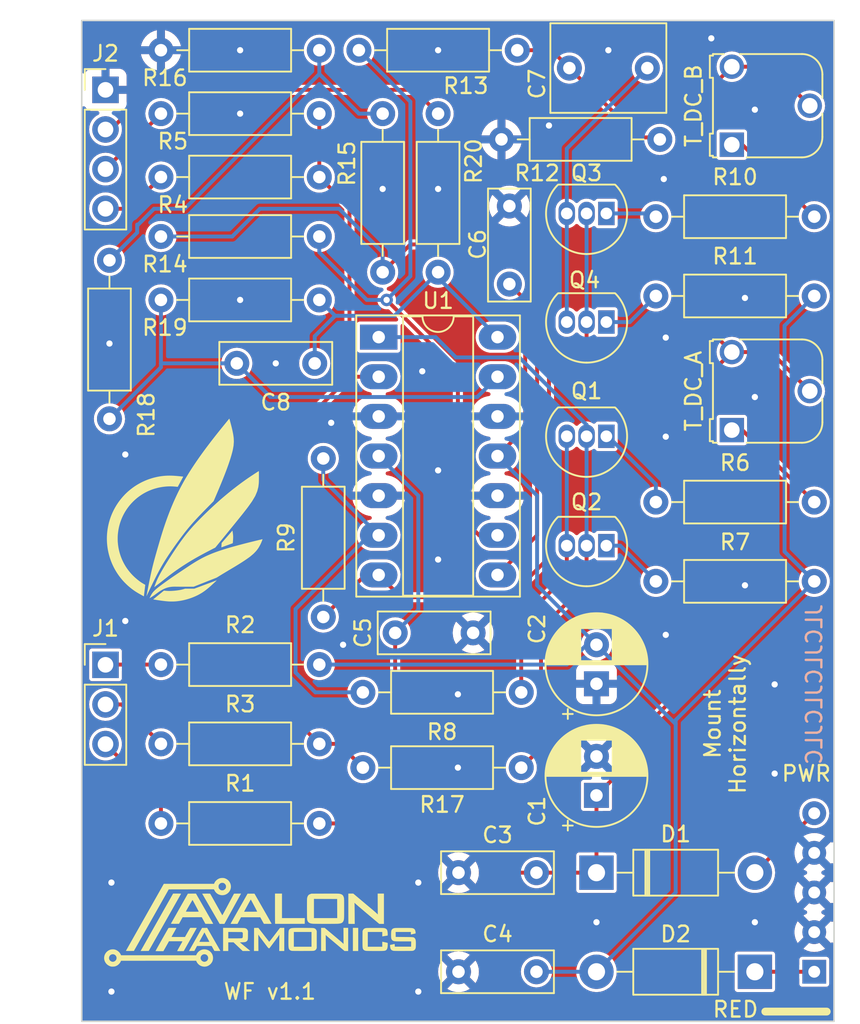
<source format=kicad_pcb>
(kicad_pcb (version 20240108) (generator "pcbnew") (generator_version "8.0")
  (title_block (rev "v1.1"))
  (layers (0 "F.Cu" signal) (31 "B.Cu" signal) (34 "B.Paste" user) (35 "F.Paste" user) (36 "B.SilkS" user "B.Silkscreen") (37 "F.SilkS" user "F.Silkscreen") (38 "B.Mask" user) (39 "F.Mask" user) (44 "Edge.Cuts" user))
  (net 0 "")
  (net 1 "Net-(C8-Pad1)")
  (net 2 "GND")
  (net 3 "Net-(R14-Pad2)")
  (net 4 "Net-(R13-Pad2)")
  (net 5 "Net-(C7-Pad1)")
  (net 6 "Net-(Q4-Pad1)")
  (net 7 "-12V")
  (net 8 "+12V")
  (net 9 "Net-(Q3-Pad1)")
  (net 10 "Net-(Q3-Pad2)")
  (net 11 "Net-(R8-Pad2)")
  (net 12 "Net-(Q1-Pad3)")
  (net 13 "Net-(Q2-Pad1)")
  (net 14 "Net-(Q1-Pad1)")
  (net 15 "/OUT")
  (net 16 "Net-(J2-Pad3)")
  (net 17 "Net-(J2-Pad4)")
  (net 18 "Net-(J1-Pad2)")
  (net 19 "Net-(J1-Pad1)")
  (net 20 "Net-(J1-Pad3)")
  (net 21 "Net-(Q1-Pad2)")
  (net 22 "Net-(C7-Pad2)")
  (net 23 "Net-(C8-Pad2)")
  (net 24 "Net-(D1-Pad2)")
  (net 25 "Net-(D2-Pad1)")
  (net 26 "Net-(R10-Pad1)")
  (net 27 "Net-(R6-Pad1)")
  (net 28 "Net-(R17-Pad2)")
  (net 29 "Net-(R15-Pad1)")
  (footprint "Logos:Avalon Harmonics 20mm" (layer "F.Cu") (at 60.96 104.14)
    (property "Reference" "G***" (hide yes))
    (property "Value" "LOGO" (hide yes))
  )
  (footprint "Resistor_THT:R_Axial_DIN0207_L6.3mm_D2.5mm_P10.16mm_Horizontal" (layer "F.Cu") (at 54.61 87.63)
    (property "Reference" "R2" (at 5.08 -2.54 0) (layer "F.SilkS"))
    (property "Value" "200k")
    (pad "1" thru_hole circle (at 0 0) (size 1.6 1.6) (drill 0.8) (layers "*.Cu" "*.Mask") (net 19 "Net-(J1-Pad1)"))
    (pad "2" thru_hole oval (at 10.16 0) (size 1.6 1.6) (drill 0.8) (layers "*.Cu" "*.Mask") (net 7 "-12V"))
  )
  (footprint "Resistor_THT:R_Axial_DIN0207_L6.3mm_D2.5mm_P10.16mm_Horizontal" (layer "F.Cu") (at 86.614 53.975 180)
    (property "Reference" "R12" (at 7.874 -2.159 0) (layer "F.SilkS"))
    (property "Value" "100k")
    (pad "1" thru_hole circle (at 0 0 180) (size 1.6 1.6) (drill 0.8) (layers "*.Cu" "*.Mask") (net 5 "Net-(C7-Pad1)"))
    (pad "2" thru_hole oval (at 10.16 0 180) (size 1.6 1.6) (drill 0.8) (layers "*.Cu" "*.Mask") (net 2 "GND"))
  )
  (footprint "Resistor_THT:R_Axial_DIN0207_L6.3mm_D2.5mm_P10.16mm_Horizontal" (layer "F.Cu") (at 64.77 97.81 180)
    (property "Reference" "R1" (at 5.08 2.56 0) (layer "F.SilkS"))
    (property "Value" "200k")
    (pad "1" thru_hole circle (at 0 0 180) (size 1.6 1.6) (drill 0.8) (layers "*.Cu" "*.Mask") (net 8 "+12V"))
    (pad "2" thru_hole oval (at 10.16 0 180) (size 1.6 1.6) (drill 0.8) (layers "*.Cu" "*.Mask") (net 20 "Net-(J1-Pad3)"))
  )
  (footprint "Resistor_THT:R_Axial_DIN0207_L6.3mm_D2.5mm_P10.16mm_Horizontal" (layer "F.Cu") (at 65.024 84.582 90)
    (property "Reference" "R9" (at 5.08 -2.37 90) (layer "F.SilkS"))
    (property "Value" "47k")
    (pad "1" thru_hole circle (at 0 0 90) (size 1.6 1.6) (drill 0.8) (layers "*.Cu" "*.Mask") (net 10 "Net-(Q3-Pad2)"))
    (pad "2" thru_hole oval (at 10.16 0 90) (size 1.6 1.6) (drill 0.8) (layers "*.Cu" "*.Mask") (net 11 "Net-(R8-Pad2)"))
  )
  (footprint "Package_TO_SOT_THT:TO-92_Inline" (layer "F.Cu") (at 83.185 65.68 180)
    (property "Reference" "Q4" (at 1.397 2.688 0) (layer "F.SilkS"))
    (property "Value" "2N3904")
    (pad "1" thru_hole rect (at 0 0 180) (size 1.05 1.5) (drill 0.75) (layers "*.Cu" "*.Mask") (net 6 "Net-(Q4-Pad1)"))
    (pad "2" thru_hole oval (at 1.27 0 180) (size 1.05 1.5) (drill 0.75) (layers "*.Cu" "*.Mask") (net 10 "Net-(Q3-Pad2)"))
    (pad "3" thru_hole oval (at 2.54 0 180) (size 1.05 1.5) (drill 0.75) (layers "*.Cu" "*.Mask") (net 22 "Net-(C7-Pad2)"))
  )
  (footprint "Capacitor_THT:C_Disc_D7.0mm_W2.5mm_P5.00mm" (layer "F.Cu") (at 69.636 85.598)
    (property "Reference" "C5" (at -2.072 0 90) (layer "F.SilkS"))
    (property "Value" "0.1uF")
    (pad "1" thru_hole circle (at 0 0) (size 1.6 1.6) (drill 0.8) (layers "*.Cu" "*.Mask") (net 8 "+12V"))
    (pad "2" thru_hole circle (at 5 0) (size 1.6 1.6) (drill 0.8) (layers "*.Cu" "*.Mask") (net 2 "GND"))
  )
  (footprint "Capacitor_THT:C_Disc_D7.0mm_W2.5mm_P5.00mm" (layer "F.Cu") (at 76.962 58.246 -90)
    (property "Reference" "C6" (at 2.46 2.032 -90) (layer "F.SilkS"))
    (property "Value" "0.1uF")
    (pad "1" thru_hole circle (at 0 0 270) (size 1.6 1.6) (drill 0.8) (layers "*.Cu" "*.Mask") (net 2 "GND"))
    (pad "2" thru_hole circle (at 5 0 270) (size 1.6 1.6) (drill 0.8) (layers "*.Cu" "*.Mask") (net 7 "-12V"))
  )
  (footprint "Connector_PinHeader_2.54mm:PinHeader_1x04_P2.54mm_Vertical" (layer "F.Cu") (at 51.054 50.8)
    (property "Reference" "J2" (at 0 -2.33 0) (layer "F.SilkS"))
    (property "Value" "Conn_01x04_Male")
    (pad "1" thru_hole rect (at 0 0) (size 1.7 1.7) (drill 1) (layers "*.Cu" "*.Mask") (net 2 "GND"))
    (pad "2" thru_hole oval (at 0 2.54) (size 1.7 1.7) (drill 1) (layers "*.Cu" "*.Mask") (net 15 "/OUT"))
    (pad "3" thru_hole oval (at 0 5.08) (size 1.7 1.7) (drill 1) (layers "*.Cu" "*.Mask") (net 16 "Net-(J2-Pad3)"))
    (pad "4" thru_hole oval (at 0 7.62) (size 1.7 1.7) (drill 1) (layers "*.Cu" "*.Mask") (net 17 "Net-(J2-Pad4)"))
  )
  (footprint "Resistor_THT:R_Axial_DIN0207_L6.3mm_D2.5mm_P10.16mm_Horizontal" (layer "F.Cu") (at 77.724 94.234 180)
    (property "Reference" "R17" (at 5.08 -2.37 0) (layer "F.SilkS"))
    (property "Value" "100k")
    (pad "1" thru_hole circle (at 0 0 180) (size 1.6 1.6) (drill 0.8) (layers "*.Cu" "*.Mask") (net 21 "Net-(Q1-Pad2)"))
    (pad "2" thru_hole oval (at 10.16 0 180) (size 1.6 1.6) (drill 0.8) (layers "*.Cu" "*.Mask") (net 28 "Net-(R17-Pad2)"))
  )
  (footprint "Diode_THT:D_DO-41_SOD81_P10.16mm_Horizontal" (layer "F.Cu") (at 82.55 100.965)
    (property "Reference" "D1" (at 5.08 -2.47 0) (layer "F.SilkS"))
    (property "Value" "1N4001")
    (pad "1" thru_hole rect (at 0 0) (size 2.2 2.2) (drill 1.1) (layers "*.Cu" "*.Mask") (net 8 "+12V"))
    (pad "2" thru_hole oval (at 10.16 0) (size 2.2 2.2) (drill 1.1) (layers "*.Cu" "*.Mask") (net 24 "Net-(D1-Pad2)"))
  )
  (footprint "Capacitor_THT:CP_Radial_D6.3mm_P2.50mm" (layer "F.Cu") (at 82.55 96.012 90)
    (property "Reference" "C1" (at -1.016 -3.81 90) (layer "F.SilkS"))
    (property "Value" "47uF")
    (pad "1" thru_hole rect (at 0 0 90) (size 1.6 1.6) (drill 0.8) (layers "*.Cu" "*.Mask") (net 8 "+12V"))
    (pad "2" thru_hole circle (at 2.5 0 90) (size 1.6 1.6) (drill 0.8) (layers "*.Cu" "*.Mask") (net 2 "GND"))
  )
  (footprint "Eurorack:Eurorack Power 5 Pin Angled" (layer "F.Cu") (at 96.52 102.235)
    (property "Reference" "PWR1" (hide yes))
    (property "Value" "PWR_5_Pin_Angled" (hide yes))
    (fp_text user "PWR" (at -0.508 -7.62 0) (layer "F.SilkS"))
    (fp_text user "RED" (at -6.604 7.493 0) (layer "F.SilkS") (effects (justify left)))
    (pad "1" thru_hole circle (at 0 -5.08) (size 1.524 1.524) (drill 0.762) (layers "*.Cu" "*.Mask") (net 24 "Net-(D1-Pad2)"))
    (pad "2" thru_hole circle (at 0 -2.54) (size 1.524 1.524) (drill 0.762) (layers "*.Cu" "*.Mask") (net 2 "GND"))
    (pad "2" thru_hole circle (at 0 0) (size 1.524 1.524) (drill 0.762) (layers "*.Cu" "*.Mask") (net 2 "GND"))
    (pad "2" thru_hole circle (at 0 2.54) (size 1.524 1.524) (drill 0.762) (layers "*.Cu" "*.Mask") (net 2 "GND"))
    (pad "3" thru_hole rect (at 0 5.08) (size 1.524 1.524) (drill 0.762) (layers "*.Cu" "*.Mask") (net 25 "Net-(D2-Pad1)"))
  )
  (footprint "Resistor_THT:R_Axial_DIN0207_L6.3mm_D2.5mm_P10.16mm_Horizontal" (layer "F.Cu") (at 96.52 77.216 180)
    (property "Reference" "R6" (at 5.08 2.515 0) (layer "F.SilkS"))
    (property "Value" "15k")
    (pad "1" thru_hole circle (at 0 0 180) (size 1.6 1.6) (drill 0.8) (layers "*.Cu" "*.Mask") (net 27 "Net-(R6-Pad1)"))
    (pad "2" thru_hole oval (at 10.16 0 180) (size 1.6 1.6) (drill 0.8) (layers "*.Cu" "*.Mask") (net 14 "Net-(Q1-Pad1)"))
  )
  (footprint "Resistor_THT:R_Axial_DIN0207_L6.3mm_D2.5mm_P10.16mm_Horizontal" (layer "F.Cu") (at 86.36 82.296)
    (property "Reference" "R7" (at 5.08 -2.515 0) (layer "F.SilkS"))
    (property "Value" "22k")
    (pad "1" thru_hole circle (at 0 0) (size 1.6 1.6) (drill 0.8) (layers "*.Cu" "*.Mask") (net 13 "Net-(Q2-Pad1)"))
    (pad "2" thru_hole oval (at 10.16 0) (size 1.6 1.6) (drill 0.8) (layers "*.Cu" "*.Mask") (net 7 "-12V"))
  )
  (footprint "Package_TO_SOT_THT:TO-92_Inline" (layer "F.Cu") (at 83.185 73 180)
    (property "Reference" "Q1" (at 1.27 2.896 0) (layer "F.SilkS"))
    (property "Value" "2N3906")
    (pad "1" thru_hole rect (at 0 0 180) (size 1.05 1.5) (drill 0.75) (layers "*.Cu" "*.Mask") (net 14 "Net-(Q1-Pad1)"))
    (pad "2" thru_hole oval (at 1.27 0 180) (size 1.05 1.5) (drill 0.75) (layers "*.Cu" "*.Mask") (net 21 "Net-(Q1-Pad2)"))
    (pad "3" thru_hole oval (at 2.54 0 180) (size 1.05 1.5) (drill 0.75) (layers "*.Cu" "*.Mask") (net 12 "Net-(Q1-Pad3)"))
  )
  (footprint "Potentiometer_THT:Potentiometer_Runtron_RM-065_Vertical" (layer "F.Cu") (at 91.232 54.316 90)
    (property "Reference" "T_DC_B1" (hide yes))
    (property "Value" "B10k")
    (pad "1" thru_hole rect (at 0 0 90) (size 1.56 1.56) (drill 1) (layers "*.Cu" "*.Mask") (net 26 "Net-(R10-Pad1)"))
    (pad "2" thru_hole circle (at 2.5 5 90) (size 1.56 1.56) (drill 1) (layers "*.Cu" "*.Mask") (net 8 "+12V"))
    (pad "3" thru_hole circle (at 5 0 90) (size 1.56 1.56) (drill 1) (layers "*.Cu" "*.Mask") (net 8 "+12V"))
  )
  (footprint "Resistor_THT:R_Axial_DIN0207_L6.3mm_D2.5mm_P10.16mm_Horizontal" (layer "F.Cu") (at 54.61 64.262)
    (property "Reference" "R19" (at 0.254 1.778 0) (layer "F.SilkS"))
    (property "Value" "100k")
    (pad "1" thru_hole circle (at 0 0) (size 1.6 1.6) (drill 0.8) (layers "*.Cu" "*.Mask") (net 23 "Net-(C8-Pad2)"))
    (pad "2" thru_hole oval (at 10.16 0) (size 1.6 1.6) (drill 0.8) (layers "*.Cu" "*.Mask") (net 1 "Net-(C8-Pad1)"))
  )
  (footprint "Resistor_THT:R_Axial_DIN0207_L6.3mm_D2.5mm_P10.16mm_Horizontal" (layer "F.Cu") (at 64.77 52.324 180)
    (property "Reference" "R5" (at 9.398 -1.778 0) (layer "F.SilkS"))
    (property "Value" "100k")
    (pad "1" thru_hole circle (at 0 0 180) (size 1.6 1.6) (drill 0.8) (layers "*.Cu" "*.Mask") (net 28 "Net-(R17-Pad2)"))
    (pad "2" thru_hole oval (at 10.16 0 180) (size 1.6 1.6) (drill 0.8) (layers "*.Cu" "*.Mask") (net 16 "Net-(J2-Pad3)"))
  )
  (footprint "Package_TO_SOT_THT:TO-92_Inline" (layer "F.Cu") (at 83.185 58.72 180)
    (property "Reference" "Q3" (at 1.27 2.586 0) (layer "F.SilkS"))
    (property "Value" "2N3906")
    (pad "1" thru_hole rect (at 0 0 180) (size 1.05 1.5) (drill 0.75) (layers "*.Cu" "*.Mask") (net 9 "Net-(Q3-Pad1)"))
    (pad "2" thru_hole oval (at 1.27 0 180) (size 1.05 1.5) (drill 0.75) (layers "*.Cu" "*.Mask") (net 10 "Net-(Q3-Pad2)"))
    (pad "3" thru_hole oval (at 2.54 0 180) (size 1.05 1.5) (drill 0.75) (layers "*.Cu" "*.Mask") (net 22 "Net-(C7-Pad2)"))
  )
  (footprint "Resistor_THT:R_Axial_DIN0207_L6.3mm_D2.5mm_P10.16mm_Horizontal" (layer "F.Cu") (at 77.724 89.408 180)
    (property "Reference" "R8" (at 5.08 -2.54 0) (layer "F.SilkS"))
    (property "Value" "10k")
    (pad "1" thru_hole circle (at 0 0 180) (size 1.6 1.6) (drill 0.8) (layers "*.Cu" "*.Mask") (net 12 "Net-(Q1-Pad3)"))
    (pad "2" thru_hole oval (at 10.16 0 180) (size 1.6 1.6) (drill 0.8) (layers "*.Cu" "*.Mask") (net 11 "Net-(R8-Pad2)"))
  )
  (footprint "Potentiometer_THT:Potentiometer_Runtron_RM-065_Vertical" (layer "F.Cu") (at 91.232 72.604 90)
    (property "Reference" "T_DC_A1" (hide yes))
    (property "Value" "B10k")
    (pad "1" thru_hole rect (at 0 0 90) (size 1.56 1.56) (drill 1) (layers "*.Cu" "*.Mask") (net 27 "Net-(R6-Pad1)"))
    (pad "2" thru_hole circle (at 2.5 5 90) (size 1.56 1.56) (drill 1) (layers "*.Cu" "*.Mask") (net 8 "+12V"))
    (pad "3" thru_hole circle (at 5 0 90) (size 1.56 1.56) (drill 1) (layers "*.Cu" "*.Mask") (net 8 "+12V"))
  )
  (footprint "Resistor_THT:R_Axial_DIN0207_L6.3mm_D2.5mm_P10.16mm_Horizontal" (layer "F.Cu") (at 72.39 62.484 90)
    (property "Reference" "R20" (at 7.112 2.286 90) (layer "F.SilkS"))
    (property "Value" "1k")
    (pad "1" thru_hole circle (at 0 0 90) (size 1.6 1.6) (drill 0.8) (layers "*.Cu" "*.Mask") (net 1 "Net-(C8-Pad1)"))
    (pad "2" thru_hole oval (at 10.16 0 90) (size 1.6 1.6) (drill 0.8) (layers "*.Cu" "*.Mask") (net 15 "/OUT"))
  )
  (footprint "Capacitor_THT:C_Rect_L7.2mm_W5.5mm_P5.00mm_FKS2_FKP2_MKS2_MKP2" (layer "F.Cu") (at 80.812 49.403)
    (property "Reference" "C7" (at -2.072 1.016 90) (layer "F.SilkS"))
    (property "Value" "2.2uF (Film)")
    (pad "1" thru_hole circle (at 0 0) (size 1.6 1.6) (drill 0.8) (layers "*.Cu" "*.Mask") (net 5 "Net-(C7-Pad1)"))
    (pad "2" thru_hole circle (at 5 0) (size 1.6 1.6) (drill 0.8) (layers "*.Cu" "*.Mask") (net 22 "Net-(C7-Pad2)"))
  )
  (footprint "Resistor_THT:R_Axial_DIN0207_L6.3mm_D2.5mm_P10.16mm_Horizontal" (layer "F.Cu") (at 68.834 52.324 -90)
    (property "Reference" "R15" (at 3.2 2.286 90) (layer "F.SilkS"))
    (property "Value" "100k")
    (pad "1" thru_hole circle (at 0 0 270) (size 1.6 1.6) (drill 0.8) (layers "*.Cu" "*.Mask") (net 29 "Net-(R15-Pad1)"))
    (pad "2" thru_hole oval (at 10.16 0 270) (size 1.6 1.6) (drill 0.8) (layers "*.Cu" "*.Mask") (net 3 "Net-(R14-Pad2)"))
  )
  (footprint "Resistor_THT:R_Axial_DIN0207_L6.3mm_D2.5mm_P10.16mm_Horizontal" (layer "F.Cu") (at 64.77 92.71 180)
    (property "Reference" "R3" (at 5.08 2.54 0) (layer "F.SilkS"))
    (property "Value" "100k")
    (pad "1" thru_hole circle (at 0 0 180) (size 1.6 1.6) (drill 0.8) (layers "*.Cu" "*.Mask") (net 28 "Net-(R17-Pad2)"))
    (pad "2" thru_hole oval (at 10.16 0 180) (size 1.6 1.6) (drill 0.8) (layers "*.Cu" "*.Mask") (net 18 "Net-(J1-Pad2)"))
  )
  (footprint "Package_TO_SOT_THT:TO-92_Inline" (layer "F.Cu") (at 83.185 80.01 180)
    (property "Reference" "Q2" (at 1.27 2.794 0) (layer "F.SilkS"))
    (property "Value" "2N3904")
    (pad "1" thru_hole rect (at 0 0 180) (size 1.05 1.5) (drill 0.75) (layers "*.Cu" "*.Mask") (net 13 "Net-(Q2-Pad1)"))
    (pad "2" thru_hole oval (at 1.27 0 180) (size 1.05 1.5) (drill 0.75) (layers "*.Cu" "*.Mask") (net 21 "Net-(Q1-Pad2)"))
    (pad "3" thru_hole oval (at 2.54 0 180) (size 1.05 1.5) (drill 0.75) (layers "*.Cu" "*.Mask") (net 12 "Net-(Q1-Pad3)"))
  )
  (footprint "Resistor_THT:R_Axial_DIN0207_L6.3mm_D2.5mm_P10.16mm_Horizontal" (layer "F.Cu") (at 77.47 48.26 180)
    (property "Reference" "R13" (at 3.302 -2.286 0) (layer "F.SilkS"))
    (property "Value" "12k")
    (pad "1" thru_hole circle (at 0 0 180) (size 1.6 1.6) (drill 0.8) (layers "*.Cu" "*.Mask") (net 5 "Net-(C7-Pad1)"))
    (pad "2" thru_hole oval (at 10.16 0 180) (size 1.6 1.6) (drill 0.8) (layers "*.Cu" "*.Mask") (net 4 "Net-(R13-Pad2)"))
  )
  (footprint "Capacitor_THT:C_Disc_D7.0mm_W2.5mm_P5.00mm" (layer "F.Cu") (at 73.7 107.315)
    (property "Reference" "C4" (at 2.5 -2.413 0) (layer "F.SilkS"))
    (property "Value" "0.1uF")
    (pad "1" thru_hole circle (at 0 0) (size 1.6 1.6) (drill 0.8) (layers "*.Cu" "*.Mask") (net 2 "GND"))
    (pad "2" thru_hole circle (at 5 0) (size 1.6 1.6) (drill 0.8) (layers "*.Cu" "*.Mask") (net 7 "-12V"))
  )
  (footprint "Capacitor_THT:CP_Radial_D6.3mm_P2.50mm" (layer "F.Cu") (at 82.55 88.86 90)
    (property "Reference" "C2" (at 3.516 -3.81 90) (layer "F.SilkS"))
    (property "Value" "47uF")
    (pad "1" thru_hole rect (at 0 0 90) (size 1.6 1.6) (drill 0.8) (layers "*.Cu" "*.Mask") (net 2 "GND"))
    (pad "2" thru_hole circle (at 2.5 0 90) (size 1.6 1.6) (drill 0.8) (layers "*.Cu" "*.Mask") (net 7 "-12V"))
  )
  (footprint "Resistor_THT:R_Axial_DIN0207_L6.3mm_D2.5mm_P10.16mm_Horizontal" (layer "F.Cu") (at 86.36 64.008)
    (property "Reference" "R11" (at 5.08 -2.54 0) (layer "F.SilkS"))
    (property "Value" "22k")
    (pad "1" thru_hole circle (at 0 0) (size 1.6 1.6) (drill 0.8) (layers "*.Cu" "*.Mask") (net 6 "Net-(Q4-Pad1)"))
    (pad "2" thru_hole oval (at 10.16 0) (size 1.6 1.6) (drill 0.8) (layers "*.Cu" "*.Mask") (net 7 "-12V"))
  )
  (footprint "Capacitor_THT:C_Disc_D7.0mm_W2.5mm_P5.00mm" (layer "F.Cu") (at 64.476 68.326 180)
    (property "Reference" "C8" (at 2.5 -2.5 180) (layer "F.SilkS"))
    (property "Value" "100pF")
    (pad "1" thru_hole circle (at 0 0 180) (size 1.6 1.6) (drill 0.8) (layers "*.Cu" "*.Mask") (net 1 "Net-(C8-Pad1)"))
    (pad "2" thru_hole circle (at 5 0 180) (size 1.6 1.6) (drill 0.8) (layers "*.Cu" "*.Mask") (net 23 "Net-(C8-Pad2)"))
  )
  (footprint "Diode_THT:D_DO-41_SOD81_P10.16mm_Horizontal" (layer "F.Cu") (at 92.71 107.315 180)
    (property "Reference" "D2" (at 5.08 2.413 0) (layer "F.SilkS"))
    (property "Value" "1N4001")
    (pad "1" thru_hole rect (at 0 0 180) (size 2.2 2.2) (drill 1.1) (layers "*.Cu" "*.Mask") (net 25 "Net-(D2-Pad1)"))
    (pad "2" thru_hole oval (at 10.16 0 180) (size 2.2 2.2) (drill 1.1) (layers "*.Cu" "*.Mask") (net 7 "-12V"))
  )
  (footprint "Package_DIP:DIP-14_W7.62mm_Socket_LongPads" (layer "F.Cu") (at 68.58 66.645)
    (property "Reference" "U1" (at 3.81 -2.33 0) (layer "F.SilkS"))
    (property "Value" "TL074")
    (pad "1" thru_hole rect (at 0 0) (size 2.4 1.6) (drill 0.8) (layers "*.Cu" "*.Mask") (net 21 "Net-(Q1-Pad2)"))
    (pad "2" thru_hole oval (at 0 2.54) (size 2.4 1.6) (drill 0.8) (layers "*.Cu" "*.Mask") (net 28 "Net-(R17-Pad2)"))
    (pad "3" thru_hole oval (at 0 5.08) (size 2.4 1.6) (drill 0.8) (layers "*.Cu" "*.Mask") (net 2 "GND"))
    (pad "4" thru_hole oval (at 0 7.62) (size 2.4 1.6) (drill 0.8) (layers "*.Cu" "*.Mask") (net 8 "+12V"))
    (pad "5" thru_hole oval (at 0 10.16) (size 2.4 1.6) (drill 0.8) (layers "*.Cu" "*.Mask") (net 2 "GND"))
    (pad "6" thru_hole oval (at 0 12.7) (size 2.4 1.6) (drill 0.8) (layers "*.Cu" "*.Mask") (net 11 "Net-(R8-Pad2)"))
    (pad "7" thru_hole oval (at 0 15.24) (size 2.4 1.6) (drill 0.8) (layers "*.Cu" "*.Mask") (net 10 "Net-(Q3-Pad2)"))
    (pad "8" thru_hole oval (at 7.62 15.24) (size 2.4 1.6) (drill 0.8) (layers "*.Cu" "*.Mask") (net 3 "Net-(R14-Pad2)"))
    (pad "9" thru_hole oval (at 7.62 12.7) (size 2.4 1.6) (drill 0.8) (layers "*.Cu" "*.Mask") (net 4 "Net-(R13-Pad2)"))
    (pad "10" thru_hole oval (at 7.62 10.16) (size 2.4 1.6) (drill 0.8) (layers "*.Cu" "*.Mask") (net 2 "GND"))
    (pad "11" thru_hole oval (at 7.62 7.62) (size 2.4 1.6) (drill 0.8) (layers "*.Cu" "*.Mask") (net 7 "-12V"))
    (pad "12" thru_hole oval (at 7.62 5.08) (size 2.4 1.6) (drill 0.8) (layers "*.Cu" "*.Mask") (net 2 "GND"))
    (pad "13" thru_hole oval (at 7.62 2.54) (size 2.4 1.6) (drill 0.8) (layers "*.Cu" "*.Mask") (net 23 "Net-(C8-Pad2)"))
    (pad "14" thru_hole oval (at 7.62 0) (size 2.4 1.6) (drill 0.8) (layers "*.Cu" "*.Mask") (net 1 "Net-(C8-Pad1)"))
  )
  (footprint "Resistor_THT:R_Axial_DIN0207_L6.3mm_D2.5mm_P10.16mm_Horizontal" (layer "F.Cu") (at 64.77 60.198 180)
    (property "Reference" "R14" (at 9.906 -1.778 0) (layer "F.SilkS"))
    (property "Value" "180k")
    (pad "1" thru_hole circle (at 0 0 180) (size 1.6 1.6) (drill 0.8) (layers "*.Cu" "*.Mask") (net 4 "Net-(R13-Pad2)"))
    (pad "2" thru_hole oval (at 10.16 0 180) (size 1.6 1.6) (drill 0.8) (layers "*.Cu" "*.Mask") (net 3 "Net-(R14-Pad2)"))
  )
  (footprint "Resistor_THT:R_Axial_DIN0207_L6.3mm_D2.5mm_P10.16mm_Horizontal" (layer "F.Cu") (at 51.308 61.722 -90)
    (property "Reference" "R18" (at 9.906 -2.37 90) (layer "F.SilkS"))
    (property "Value" "100k")
    (pad "1" thru_hole circle (at 0 0 270) (size 1.6 1.6) (drill 0.8) (layers "*.Cu" "*.Mask") (net 29 "Net-(R15-Pad1)"))
    (pad "2" thru_hole oval (at 10.16 0 270) (size 1.6 1.6) (drill 0.8) (layers "*.Cu" "*.Mask") (net 23 "Net-(C8-Pad2)"))
  )
  (footprint "Resistor_THT:R_Axial_DIN0207_L6.3mm_D2.5mm_P10.16mm_Horizontal" (layer "F.Cu") (at 96.52 58.928 180)
    (property "Reference" "R10" (at 5.08 2.54 0) (layer "F.SilkS"))
    (property "Value" "15k")
    (pad "1" thru_hole circle (at 0 0 180) (size 1.6 1.6) (drill 0.8) (layers "*.Cu" "*.Mask") (net 26 "Net-(R10-Pad1)"))
    (pad "2" thru_hole oval (at 10.16 0 180) (size 1.6 1.6) (drill 0.8) (layers "*.Cu" "*.Mask") (net 9 "Net-(Q3-Pad1)"))
  )
  (footprint "Capacitor_THT:C_Disc_D7.0mm_W2.5mm_P5.00mm" (layer "F.Cu") (at 78.7 100.965 180)
    (property "Reference" "C3" (at 2.5 2.413 180) (layer "F.SilkS"))
    (property "Value" "0.1uF")
    (pad "1" thru_hole circle (at 0 0 180) (size 1.6 1.6) (drill 0.8) (layers "*.Cu" "*.Mask") (net 8 "+12V"))
    (pad "2" thru_hole circle (at 5 0 180) (size 1.6 1.6) (drill 0.8) (layers "*.Cu" "*.Mask") (net 2 "GND"))
  )
  (footprint "Resistor_THT:R_Axial_DIN0207_L6.3mm_D2.5mm_P10.16mm_Horizontal" (layer "F.Cu") (at 64.77 48.26 180)
    (property "Reference" "R16" (at 9.906 -1.778 0) (layer "F.SilkS"))
    (property "Value" "180k")
    (pad "1" thru_hole circle (at 0 0 180) (size 1.6 1.6) (drill 0.8) (layers "*.Cu" "*.Mask") (net 29 "Net-(R15-Pad1)"))
    (pad "2" thru_hole oval (at 10.16 0 180) (size 1.6 1.6) (drill 0.8) (layers "*.Cu" "*.Mask") (net 2 "GND"))
  )
  (footprint "Connector_PinHeader_2.54mm:PinHeader_1x03_P2.54mm_Vertical" (layer "F.Cu") (at 51.054 87.645)
    (property "Reference" "J1" (at 0 -2.33 0) (layer "F.SilkS"))
    (property "Value" "Conn_01x03_Male")
    (pad "1" thru_hole rect (at 0 0) (size 1.7 1.7) (drill 1) (layers "*.Cu" "*.Mask") (net 19 "Net-(J1-Pad1)"))
    (pad "2" thru_hole oval (at 0 2.54) (size 1.7 1.7) (drill 1) (layers "*.Cu" "*.Mask") (net 18 "Net-(J1-Pad2)"))
    (pad "3" thru_hole oval (at 0 5.08) (size 1.7 1.7) (drill 1) (layers "*.Cu" "*.Mask") (net 20 "Net-(J1-Pad3)"))
  )
  (footprint "Resistor_THT:R_Axial_DIN0207_L6.3mm_D2.5mm_P10.16mm_Horizontal" (layer "F.Cu") (at 64.77 56.388 180)
    (property "Reference" "R4" (at 9.398 -1.778 0) (layer "F.SilkS"))
    (property "Value" "100k")
    (pad "1" thru_hole circle (at 0 0 180) (size 1.6 1.6) (drill 0.8) (layers "*.Cu" "*.Mask") (net 28 "Net-(R17-Pad2)"))
    (pad "2" thru_hole oval (at 10.16 0 180) (size 1.6 1.6) (drill 0.8) (layers "*.Cu" "*.Mask") (net 17 "Net-(J2-Pad4)"))
  )
  (footprint "Logos:Avali Logo 10mm" (layer "F.Cu") (at 56.134 77.724)
    (property "Reference" "G***" (hide yes))
    (property "Value" "LOGO" (hide yes))
  )
  (gr_rect (start 49.53 46.355) (end 97.79 110.49) (stroke (width 0.1)) (fill none) (layer "Edge.Cuts"))
  (gr_text "JLCJLCJLCJLC" (at 96.52 88.9 90) (layer "B.SilkS") (effects (font (size 1 1)) (justify mirror)))
  (gr_text "WF v1.1" (at 61.595 108.585 0) (layer "F.SilkS") (effects (font (size 1 1))))
  (gr_text "T_DC_B" (at 88.773 51.816 90) (layer "F.SilkS") (effects (font (size 1 1))))
  (gr_text "Mount\nHorizontally" (at 90.805 91.44 90) (layer "F.SilkS") (effects (font (size 1 1))))
  (gr_text "T_DC_A" (at 88.773 70.104 90) (layer "F.SilkS") (effects (font (size 1 1))))
  (segment (start 64.476 66.588) (end 65.786 65.278) (width 0.25) (layer "B.Cu") (net 1))
  (segment (start 72.479511 62.924511) (end 72.479511 62.484) (width 0.25) (layer "B.Cu") (net 1))
  (segment (start 64.476 68.326) (end 64.476 66.588) (width 0.25) (layer "B.Cu") (net 1))
  (segment (start 64.77 64.262) (end 65.786 65.278) (width 0.25) (layer "B.Cu") (net 1))
  (segment (start 69.596 65.278) (end 66 65.278) (width 0.25) (layer "B.Cu") (net 1))
  (segment (start 76.2 66.645) (end 72.479511 62.924511) (width 0.25) (layer "B.Cu") (net 1))
  (segment (start 72.39 62.484) (end 69.596 65.278) (width 0.25) (layer "B.Cu") (net 1))
  (segment (start 65.786 65.278) (end 66 65.278) (width 0.25) (layer "B.Cu") (net 1))
  (via (at 73.66 89.535) (size 0.8) (drill 0.4) (layers "F.Cu" "B.Cu") (net 2))
  (via (at 73.66 94.234) (size 0.8) (drill 0.4) (layers "F.Cu" "B.Cu") (net 2))
  (via (at 72.39 75.184) (size 0.8) (drill 0.4) (layers "F.Cu" "B.Cu") (net 2))
  (via (at 86.995 85.725) (size 0.8) (drill 0.4) (layers "F.Cu" "B.Cu") (net 2))
  (via (at 72.39 57.15) (size 0.8) (drill 0.4) (layers "F.Cu" "B.Cu") (net 2))
  (via (at 93.98 94.615) (size 0.8) (drill 0.4) (layers "F.Cu" "B.Cu") (net 2))
  (via (at 52.324 84.836) (size 0.8) (drill 0.4) (layers "F.Cu" "B.Cu") (net 2))
  (via (at 92.71 104.14) (size 0.8) (drill 0.4) (layers "F.Cu" "B.Cu") (net 2))
  (via (at 59.69 52.324) (size 0.8) (drill 0.4) (layers "F.Cu" "B.Cu") (net 2))
  (via (at 83.312 48.26) (size 0.8) (drill 0.4) (layers "F.Cu" "B.Cu") (net 2))
  (via (at 52.324 74.168) (size 0.8) (drill 0.4) (layers "F.Cu" "B.Cu") (net 2))
  (via (at 93.98 88.9) (size 0.8) (drill 0.4) (layers "F.Cu" "B.Cu") (net 2))
  (via (at 71.374 68.834) (size 0.8) (drill 0.4) (layers "F.Cu" "B.Cu") (net 2))
  (via (at 68.834 57.15) (size 0.8) (drill 0.4) (layers "F.Cu" "B.Cu") (net 2))
  (via (at 51.435 101.6) (size 0.8) (drill 0.4) (layers "F.Cu" "B.Cu") (net 2))
  (via (at 92.075 64.135) (size 0.8) (drill 0.4) (layers "F.Cu" "B.Cu") (net 2))
  (via (at 71.12 101.6) (size 0.8) (drill 0.4) (layers "F.Cu" "B.Cu") (net 2))
  (via (at 89.916 47.498) (size 0.8) (drill 0.4) (layers "F.Cu" "B.Cu") (net 2))
  (via (at 86.995 73.025) (size 0.8) (drill 0.4) (layers "F.Cu" "B.Cu") (net 2))
  (via (at 86.995 66.675) (size 0.8) (drill 0.4) (layers "F.Cu" "B.Cu") (net 2))
  (via (at 92.075 82.55) (size 0.8) (drill 0.4) (layers "F.Cu" "B.Cu") (net 2))
  (via (at 79.502 53.086) (size 0.8) (drill 0.4) (layers "F.Cu" "B.Cu") (net 2))
  (via (at 59.69 48.26) (size 0.8) (drill 0.4) (layers "F.Cu" "B.Cu") (net 2))
  (via (at 71.12 108.585) (size 0.8) (drill 0.4) (layers "F.Cu" "B.Cu") (net 2))
  (via (at 72.39 80.899) (size 0.8) (drill 0.4) (layers "F.Cu" "B.Cu") (net 2))
  (via (at 86.868 56.515) (size 0.8) (drill 0.4) (layers "F.Cu" "B.Cu") (net 2))
  (via (at 92.71 52.07) (size 0.8) (drill 0.4) (layers "F.Cu" "B.Cu") (net 2))
  (via (at 51.308 67.056) (size 0.8) (drill 0.4) (layers "F.Cu" "B.Cu") (net 2))
  (via (at 92.71 70.485) (size 0.8) (drill 0.4) (layers "F.Cu" "B.Cu") (net 2))
  (via (at 61.976 68.326) (size 0.8) (drill 0.4) (layers "F.Cu" "B.Cu") (net 2))
  (via (at 72.39 48.26) (size 0.8) (drill 0.4) (layers "F.Cu" "B.Cu") (net 2))
  (via (at 51.435 108.585) (size 0.8) (drill 0.4) (layers "F.Cu" "B.Cu") (net 2))
  (via (at 82.55 104.14) (size 0.8) (drill 0.4) (layers "F.Cu" "B.Cu") (net 2))
  (via (at 59.69 64.262) (size 0.8) (drill 0.4) (layers "F.Cu" "B.Cu") (net 2))
  (via (at 66.294 86.36) (size 0.8) (drill 0.4) (layers "F.Cu" "B.Cu") (net 2))
  (via (at 65.532 72.136) (size 0.8) (drill 0.4) (layers "F.Cu" "B.Cu") (net 2))
  (segment (start 76.2 71.755) (end 76.2 71.725) (width 0.25) (layer "B.Cu") (net 2))
  (segment (start 78.74 62.23) (end 77.216 60.706) (width 0.25) (layer "F.Cu") (net 3))
  (segment (start 78.74 79.345) (end 78.74 62.23) (width 0.25) (layer "F.Cu") (net 3))
  (segment (start 76.2 81.885) (end 78.74 79.345) (width 0.25) (layer "F.Cu") (net 3))
  (segment (start 77.216 60.706) (end 70.612 60.706) (width 0.25) (layer "F.Cu") (net 3))
  (segment (start 70.612 60.706) (end 68.834 62.484) (width 0.25) (layer "F.Cu") (net 3))
  (segment (start 68.834 62.484) (end 68.834 61.214) (width 0.25) (layer "B.Cu") (net 3))
  (segment (start 60.96 58.42) (end 59.182 60.198) (width 0.25) (layer "B.Cu") (net 3))
  (segment (start 59.182 60.198) (end 54.61 60.198) (width 0.25) (layer "B.Cu") (net 3))
  (segment (start 68.834 61.214) (end 66.04 58.42) (width 0.25) (layer "B.Cu") (net 3))
  (segment (start 66.04 58.42) (end 60.96 58.42) (width 0.25) (layer "B.Cu") (net 3))
  (segment (start 73.66 77.978) (end 75.027 79.345) (width 0.25) (layer "F.Cu") (net 4))
  (segment (start 75.027 79.345) (end 76.2 79.345) (width 0.25) (layer "F.Cu") (net 4))
  (segment (start 69.088 64.262) (end 73.66 68.834) (width 0.25) (layer "F.Cu") (net 4))
  (segment (start 73.66 68.834) (end 73.66 77.978) (width 0.25) (layer "F.Cu") (net 4))
  (via (at 69.088 64.262) (size 0.8) (drill 0.4) (layers "F.Cu" "B.Cu") (net 4))
  (segment (start 70.612 51.562) (end 67.31 48.26) (width 0.25) (layer "B.Cu") (net 4))
  (segment (start 64.77 61.214) (end 64.77 60.198) (width 0.25) (layer "B.Cu") (net 4))
  (segment (start 69.088 64.262) (end 70.612 62.738) (width 0.25) (layer "B.Cu") (net 4))
  (segment (start 70.612 62.738) (end 70.612 51.562) (width 0.25) (layer "B.Cu") (net 4))
  (segment (start 69.088 64.262) (end 67.818 64.262) (width 0.25) (layer "B.Cu") (net 4))
  (segment (start 67.818 64.262) (end 64.77 61.214) (width 0.25) (layer "B.Cu") (net 4))
  (segment (start 77.47 48.26) (end 79.669 48.26) (width 0.25) (layer "F.Cu") (net 5))
  (segment (start 79.669 48.26) (end 80.812 49.403) (width 0.25) (layer "F.Cu") (net 5))
  (segment (start 85.257 53.848) (end 86.614 53.848) (width 0.25) (layer "F.Cu") (net 5))
  (segment (start 80.812 49.403) (end 85.257 53.848) (width 0.25) (layer "F.Cu") (net 5))
  (segment (start 84.688 65.68) (end 83.185 65.68) (width 0.25) (layer "B.Cu") (net 6))
  (segment (start 84.688 65.68) (end 86.36 64.008) (width 0.25) (layer "B.Cu") (net 6))
  (segment (start 76.2 74.265) (end 77.978 72.487) (width 0.25) (layer "F.Cu") (net 7))
  (segment (start 77.978 64.262) (end 76.962 63.246) (width 0.25) (layer "F.Cu") (net 7))
  (segment (start 77.978 72.487) (end 77.978 64.262) (width 0.25) (layer "F.Cu") (net 7))
  (segment (start 87.63 91.44) (end 87.63 91.186) (width 0.25) (layer "B.Cu") (net 7))
  (segment (start 94.615 80.391) (end 94.615 65.913) (width 0.25) (layer "B.Cu") (net 7))
  (segment (start 87.63 91.44) (end 82.55 86.36) (width 0.25) (layer "B.Cu") (net 7))
  (segment (start 80.645 87.63) (end 81.915 86.36) (width 0.25) (layer "B.Cu") (net 7))
  (segment (start 64.77 87.63) (end 80.645 87.63) (width 0.25) (layer "B.Cu") (net 7))
  (segment (start 87.63 91.44) (end 87.63 102.235) (width 0.25) (layer "B.Cu") (net 7))
  (segment (start 96.52 82.296) (end 94.615 80.391) (width 0.25) (layer "B.Cu") (net 7))
  (segment (start 87.63 91.186) (end 96.52 82.296) (width 0.25) (layer "B.Cu") (net 7))
  (segment (start 81.915 86.36) (end 82.55 86.36) (width 0.25) (layer "B.Cu") (net 7))
  (segment (start 78.7 107.315) (end 82.55 107.315) (width 0.25) (layer "B.Cu") (net 7))
  (segment (start 78.74 82.55) (end 78.74 76.805) (width 0.25) (layer "B.Cu") (net 7))
  (segment (start 82.55 86.36) (end 78.74 82.55) (width 0.25) (layer "B.Cu") (net 7))
  (segment (start 94.615 65.913) (end 96.52 64.008) (width 0.25) (layer "B.Cu") (net 7))
  (segment (start 78.74 76.805) (end 76.2 74.265) (width 0.25) (layer "B.Cu") (net 7))
  (segment (start 87.63 102.235) (end 82.55 107.315) (width 0.25) (layer "B.Cu") (net 7))
  (segment (start 82.55 100.965) (end 78.7 100.965) (width 0.25) (layer "F.Cu") (net 8))
  (segment (start 89.535 69.301) (end 89.535 87.757) (width 0.25) (layer "F.Cu") (net 8))
  (segment (start 76.661 100.965) (end 69.636 93.94) (width 0.25) (layer "F.Cu") (net 8))
  (segment (start 69.636 93.94) (end 69.636 85.598) (width 0.25) (layer "F.Cu") (net 8))
  (segment (start 89.535 51.013) (end 91.232 49.316) (width 0.25) (layer "F.Cu") (net 8))
  (segment (start 82.55 96.012) (end 82.55 100.965) (width 0.25) (layer "F.Cu") (net 8))
  (segment (start 89.535 87.757) (end 85.852 91.44) (width 0.25) (layer "F.Cu") (net 8))
  (segment (start 91.232 49.316) (end 93.732 49.316) (width 0.25) (layer "F.Cu") (net 8))
  (segment (start 91.232 67.604) (end 89.535 65.907) (width 0.25) (layer "F.Cu") (net 8))
  (segment (start 93.732 67.604) (end 96.232 70.104) (width 0.25) (layer "F.Cu") (net 8))
  (segment (start 85.852 91.44) (end 85.852 92.71) (width 0.25) (layer "F.Cu") (net 8))
  (segment (start 91.232 67.604) (end 93.732 67.604) (width 0.25) (layer "F.Cu") (net 8))
  (segment (start 64.77 97.81) (end 65.90137 97.81) (width 0.25) (layer "F.Cu") (net 8))
  (segment (start 93.732 49.316) (end 96.232 51.816) (width 0.25) (layer "F.Cu") (net 8))
  (segment (start 78.7 100.965) (end 76.661 100.965) (width 0.25) (layer "F.Cu") (net 8))
  (segment (start 65.90137 97.81) (end 69.636 94.07537) (width 0.25) (layer "F.Cu") (net 8))
  (segment (start 89.535 69.301) (end 91.232 67.604) (width 0.25) (layer "F.Cu") (net 8))
  (segment (start 89.535 65.907) (end 89.535 51.013) (width 0.25) (layer "F.Cu") (net 8))
  (segment (start 85.852 92.71) (end 82.55 96.012) (width 0.25) (layer "F.Cu") (net 8))
  (segment (start 69.636 94.07537) (end 69.636 93.94) (width 0.25) (layer "F.Cu") (net 8))
  (segment (start 69.636 85.598) (end 71.12 84.114) (width 0.25) (layer "B.Cu") (net 8))
  (segment (start 71.12 84.114) (end 71.12 76.805) (width 0.25) (layer "B.Cu") (net 8))
  (segment (start 71.12 76.805) (end 68.58 74.265) (width 0.25) (layer "B.Cu") (net 8))
  (segment (start 83.185 58.72) (end 86.152 58.72) (width 0.25) (layer "B.Cu") (net 9))
  (segment (start 86.152 58.72) (end 86.36 58.928) (width 0.25) (layer "B.Cu") (net 9))
  (segment (start 76.962 83.312) (end 79.502 80.772) (width 0.25) (layer "F.Cu") (net 10))
  (segment (start 70.007 83.312) (end 76.962 83.312) (width 0.25) (layer "F.Cu") (net 10))
  (segment (start 67.721 81.885) (end 68.58 81.885) (width 0.25) (layer "F.Cu") (net 10))
  (segment (start 79.502 80.772) (end 79.502 69.088) (width 0.25) (layer "F.Cu") (net 10))
  (segment (start 79.502 69.088) (end 81.915 66.675) (width 0.25) (layer "F.Cu") (net 10))
  (segment (start 81.915 66.675) (end 81.915 65.68) (width 0.25) (layer "F.Cu") (net 10))
  (segment (start 68.58 81.885) (end 70.007 83.312) (width 0.25) (layer "F.Cu") (net 10))
  (segment (start 65.024 84.582) (end 67.721 81.885) (width 0.25) (layer "F.Cu") (net 10))
  (segment (start 81.915 58.72) (end 81.915 65.68) (width 0.25) (layer "B.Cu") (net 10))
  (segment (start 63.246 84.074) (end 63.246 88.138) (width 0.25) (layer "B.Cu") (net 11))
  (segment (start 67.975 79.345) (end 63.246 84.074) (width 0.25) (layer "B.Cu") (net 11))
  (segment (start 68.58 79.345) (end 67.975 79.345) (width 0.25) (layer "B.Cu") (net 11))
  (segment (start 65.024 74.422) (end 65.024 75.789) (width 0.25) (layer "B.Cu") (net 11))
  (segment (start 65.024 75.789) (end 68.58 79.345) (width 0.25) (layer "B.Cu") (net 11))
  (segment (start 63.246 88.138) (end 64.516 89.408) (width 0.25) (layer "B.Cu") (net 11))
  (segment (start 64.516 89.408) (end 67.564 89.408) (width 0.25) (layer "B.Cu") (net 11))
  (segment (start 77.724 84.836) (end 80.645 81.915) (width 0.25) (layer "F.Cu") (net 12))
  (segment (start 80.645 81.915) (end 80.645 80.01) (width 0.25) (layer "F.Cu") (net 12))
  (segment (start 77.724 89.408) (end 77.724 84.836) (width 0.25) (layer "F.Cu") (net 12))
  (segment (start 80.645 73) (end 80.645 80.01) (width 0.25) (layer "B.Cu") (net 12))
  (segment (start 84.074 80.01) (end 83.185 80.01) (width 0.25) (layer "B.Cu") (net 13))
  (segment (start 86.36 82.296) (end 84.074 80.01) (width 0.25) (layer "B.Cu") (net 13))
  (segment (start 83.287 73) (end 86.36 76.073) (width 0.25) (layer "B.Cu") (net 14))
  (segment (start 86.36 76.073) (end 86.36 77.216) (width 0.25) (layer "B.Cu") (net 14))
  (segment (start 83.185 73) (end 83.287 73) (width 0.25) (layer "B.Cu") (net 14))
  (segment (start 70.866 50.8) (end 53.94185 50.8) (width 0.25) (layer "F.Cu") (net 15))
  (segment (start 53.94185 50.8) (end 51.40185 53.34) (width 0.25) (layer "F.Cu") (net 15))
  (segment (start 72.39 52.324) (end 70.866 50.8) (width 0.25) (layer "F.Cu") (net 15))
  (segment (start 51.40185 53.34) (end 51.054 53.34) (width 0.25) (layer "F.Cu") (net 15))
  (segment (start 51.054 55.88) (end 54.61 52.324) (width 0.25) (layer "F.Cu") (net 16))
  (segment (start 51.054 58.42) (end 52.578 58.42) (width 0.25) (layer "F.Cu") (net 17))
  (segment (start 52.578 58.42) (end 54.61 56.388) (width 0.25) (layer "F.Cu") (net 17))
  (segment (start 54.61 92.71) (end 52.085 90.185) (width 0.25) (layer "F.Cu") (net 18))
  (segment (start 52.085 90.185) (end 51.054 90.185) (width 0.25) (layer "F.Cu") (net 18))
  (segment (start 51.069 87.63) (end 51.054 87.645) (width 0.25) (layer "F.Cu") (net 19))
  (segment (start 54.61 87.63) (end 51.069 87.63) (width 0.25) (layer "F.Cu") (net 19))
  (segment (start 51.323 87.645) (end 51.054 87.645) (width 0.25) (layer "B.Cu") (net 19))
  (segment (start 51.323 87.645) (end 50.8 87.645) (width 0.25) (layer "B.Cu") (net 19))
  (segment (start 54.61 97.81) (end 54.61 96.281) (width 0.25) (layer "F.Cu") (net 20))
  (segment (start 54.61 96.281) (end 51.054 92.725) (width 0.25) (layer "F.Cu") (net 20))
  (segment (start 78.994 92.964) (end 77.724 94.234) (width 0.25) (layer "F.Cu") (net 21))
  (segment (start 81.915 80.01) (end 81.915 82.423) (width 0.25) (layer "F.Cu") (net 21))
  (segment (start 78.994 85.344) (end 78.994 92.964) (width 0.25) (layer "F.Cu") (net 21))
  (segment (start 81.915 82.423) (end 78.994 85.344) (width 0.25) (layer "F.Cu") (net 21))
  (segment (start 81.915 80.01) (end 81.915 73) (width 0.25) (layer "B.Cu") (net 21))
  (segment (start 81.915 72.263) (end 81.915 73) (width 0.25) (layer "B.Cu") (net 21))
  (segment (start 73.533 67.945) (end 77.597 67.945) (width 0.25) (layer "B.Cu") (net 21))
  (segment (start 72.233 66.645) (end 73.533 67.945) (width 0.25) (layer "B.Cu") (net 21))
  (segment (start 68.58 66.645) (end 72.233 66.645) (width 0.25) (layer "B.Cu") (net 21))
  (segment (start 77.597 67.945) (end 81.915 72.263) (width 0.25) (layer "B.Cu") (net 21))
  (segment (start 80.645 54.57) (end 80.645 58.72) (width 0.25) (layer "B.Cu") (net 22))
  (segment (start 85.812 49.403) (end 80.645 54.57) (width 0.25) (layer "B.Cu") (net 22))
  (segment (start 80.645 58.72) (end 80.645 65.68) (width 0.25) (layer "B.Cu") (net 22))
  (segment (start 74.9 70.485) (end 76.2 69.185) (width 0.25) (layer "B.Cu") (net 23))
  (segment (start 51.308 71.882) (end 54.61 68.58) (width 0.25) (layer "B.Cu") (net 23))
  (segment (start 54.61 68.58) (end 54.61 68.326) (width 0.25) (layer "B.Cu") (net 23))
  (segment (start 54.61 68.326) (end 54.61 64.262) (width 0.25) (layer "B.Cu") (net 23))
  (segment (start 59.476 68.326) (end 61.635 70.485) (width 0.25) (layer "B.Cu") (net 23))
  (segment (start 61.635 70.485) (end 74.9 70.485) (width 0.25) (layer "B.Cu") (net 23))
  (segment (start 59.476 68.326) (end 54.61 68.326) (width 0.25) (layer "B.Cu") (net 23))
  (segment (start 92.71 100.965) (end 96.52 97.155) (width 0.25) (layer "F.Cu") (net 24))
  (segment (start 96.52 107.315) (end 92.71 107.315) (width 0.25) (layer "F.Cu") (net 25))
  (segment (start 96.52 58.928) (end 91.908 54.316) (width 0.25) (layer "F.Cu") (net 26))
  (segment (start 91.908 54.316) (end 91.232 54.316) (width 0.25) (layer "F.Cu") (net 26))
  (segment (start 91.908 72.604) (end 91.232 72.604) (width 0.25) (layer "F.Cu") (net 27))
  (segment (start 96.52 77.216) (end 91.908 72.604) (width 0.25) (layer "F.Cu") (net 27))
  (segment (start 62.23 73.66) (end 62.23 90.17) (width 0.25) (layer "F.Cu") (net 28))
  (segment (start 66.705 58.323) (end 64.77 56.388) (width 0.25) (layer "F.Cu") (net 28))
  (segment (start 64.77 56.388) (end 64.77 52.324) (width 0.25) (layer "F.Cu") (net 28))
  (segment (start 66.04 92.71) (end 67.564 94.234) (width 0.25) (layer "F.Cu") (net 28))
  (segment (start 62.23 90.17) (end 64.77 92.71) (width 0.25) (layer "F.Cu") (net 28))
  (segment (start 63.645489 72.244511) (end 62.23 73.66) (width 0.25) (layer "F.Cu") (net 28))
  (segment (start 66.705 69.185) (end 63.645489 72.244511) (width 0.25) (layer "F.Cu") (net 28))
  (segment (start 64.77 92.71) (end 66.04 92.71) (width 0.25) (layer "F.Cu") (net 28))
  (segment (start 68.58 69.185) (end 66.705 69.185) (width 0.25) (layer "F.Cu") (net 28))
  (segment (start 66.705 69.185) (end 66.705 58.323) (width 0.25) (layer "F.Cu") (net 28))
  (segment (start 54.1683 58.42) (end 56.134 58.42) (width 0.25) (layer "B.Cu") (net 29))
  (segment (start 56.134 58.42) (end 64.77 49.784) (width 0.25) (layer "B.Cu") (net 29))
  (segment (start 68.834 52.324) (end 67.31 52.324) (width 0.25) (layer "B.Cu") (net 29))
  (segment (start 53.1523 59.436) (end 54.1683 58.42) (width 0.25) (layer "B.Cu") (net 29))
  (segment (start 51.308 61.722) (end 53.086 59.944) (width 0.25) (layer "B.Cu") (net 29))
  (segment (start 64.77 49.784) (end 64.77 48.26) (width 0.25) (layer "B.Cu") (net 29))
  (segment (start 53.086 59.436) (end 53.1523 59.436) (width 0.25) (layer "B.Cu") (net 29))
  (segment (start 67.31 52.324) (end 64.77 49.784) (width 0.25) (layer "B.Cu") (net 29))
  (segment (start 53.086 59.944) (end 53.086 59.436) (width 0.25) (layer "B.Cu") (net 29))
  (zone (net 2) (net_name "GND") (layer "F.Cu") (connect_pads (clearance 0)) (min_thickness 0.254) (fill yes (thermal_gap 0.508) (thermal_bridge_width 0.508))
    (polygon (pts (xy 97.79 110.49) (xy 49.53 110.49) (xy 49.53 46.355) (xy 97.79 46.355)))
  )
  (zone (net 2) (net_name "GND") (layer "B.Cu") (connect_pads (clearance 0)) (min_thickness 0.254) (fill yes (thermal_gap 0.508) (thermal_bridge_width 0.508))
    (polygon (pts (xy 97.79 110.49) (xy 49.53 110.49) (xy 49.53 46.355) (xy 97.79 46.355)))
  )
)
</source>
